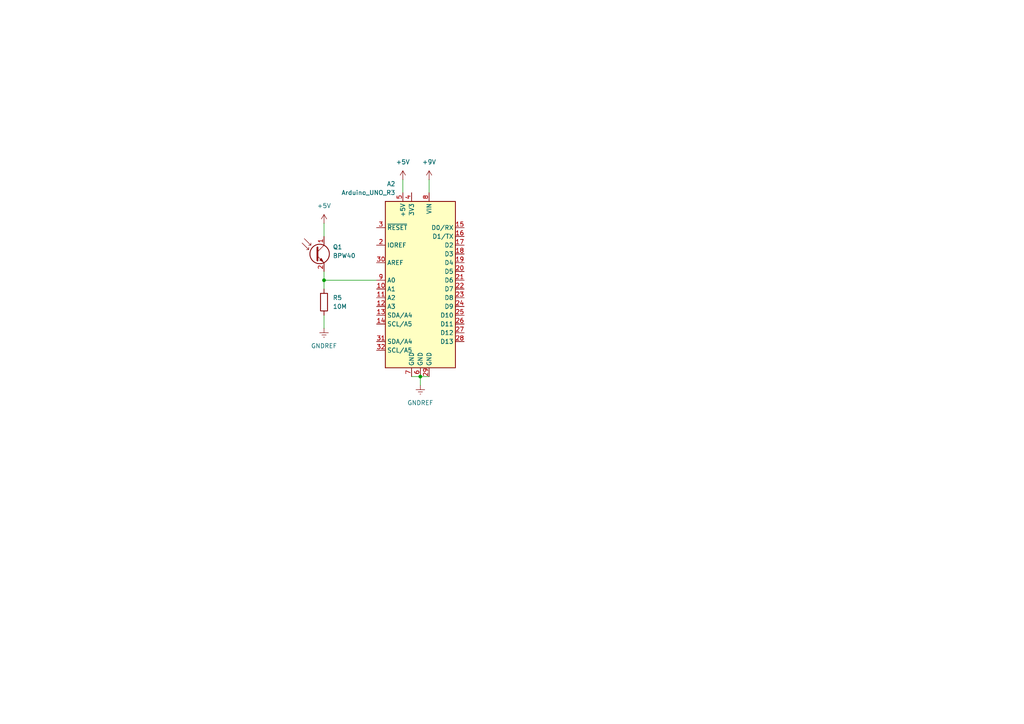
<source format=kicad_sch>
(kicad_sch (version 20250114) (generator "eeschema") (generator_version "9.0")
  (paper "A4")
  (lib_symbols
    (symbol "+5V_1" (power) (pin_numbers (hide yes)) (pin_names (offset 0) (hide yes))
      (property "Value" "+5V" (at 0 3.556 0))
      (symbol "+5V_1_0_1"
        (polyline (pts (xy -0.762 1.27) (xy 0 2.54)))
        (polyline (pts (xy 0 2.54) (xy 0.762 1.27)))
        (polyline (pts (xy 0 0) (xy 0 2.54)))
      )
      (symbol "+5V_1_1_1"
        (pin power_in line (at 0 0 90) (length 0) (name "~") (number "1"))
      )
    )
    (symbol "+9V_1" (power) (pin_numbers (hide yes)) (pin_names (offset 0) (hide yes))
      (property "Value" "+9V" (at 0 3.556 0))
      (symbol "+9V_1_0_1"
        (polyline (pts (xy -0.762 1.27) (xy 0 2.54)))
        (polyline (pts (xy 0 2.54) (xy 0.762 1.27)))
        (polyline (pts (xy 0 0) (xy 0 2.54)))
      )
      (symbol "+9V_1_1_1"
        (pin power_in line (at 0 0 90) (length 0) (name "~") (number "1"))
      )
    )
    (symbol "Device:R" (pin_numbers (hide yes)) (pin_names (offset 0))
      (property "Reference" "R" (at 2.032 0 90))
      (property "Value" "R" (at 0 0 90))
      (symbol "R_0_1"
        (rectangle (start -1.016 -2.54) (end 1.016 2.54) (stroke (width 0.254)))
      )
      (symbol "R_1_1"
        (pin passive line (at 0 3.81 270) (length 1.27) (name "~") (number "1"))
        (pin passive line (at 0 -3.81 90) (length 1.27) (name "~") (number "2"))
      )
    )
    (symbol "GNDREF_1" (power) (pin_numbers (hide yes)) (pin_names (offset 0) (hide yes))
      (property "Value" "GNDREF" (at 0 -3.81 0))
      (symbol "GNDREF_1_0_1"
        (polyline (pts (xy -0.635 -1.905) (xy 0.635 -1.905)))
        (polyline (pts (xy -0.127 -2.54) (xy 0.127 -2.54)))
        (polyline (pts (xy 0 -1.27) (xy 0 0)))
        (polyline (pts (xy 1.27 -1.27) (xy -1.27 -1.27)))
      )
      (symbol "GNDREF_1_1_1"
        (pin power_in line (at 0 0 270) (length 0) (name "~") (number "1"))
      )
    )
    (symbol "MCU_Module:Arduino_UNO_R3"
      (property "Reference" "A" (at -10.16 23.495 0))
      (property "Value" "Arduino_UNO_R3" (at 5.08 -26.67 0))
      (symbol "Arduino_UNO_R3_0_1"
        (rectangle (start -10.16 22.86) (end 10.16 -25.4) (stroke (width 0.254)) (fill (type background)))
      )
      (symbol "Arduino_UNO_R3_1_1"
        (pin bidirectional line (at -12.7 15.24 0) (length 2.54) (name "D0/RX") (number "15"))
        (pin bidirectional line (at -12.7 12.7 0) (length 2.54) (name "D1/TX") (number "16"))
        (pin bidirectional line (at -12.7 10.16 0) (length 2.54) (name "D2") (number "17"))
        (pin bidirectional line (at -12.7 7.62 0) (length 2.54) (name "D3") (number "18"))
        (pin bidirectional line (at -12.7 5.08 0) (length 2.54) (name "D4") (number "19"))
        (pin bidirectional line (at -12.7 2.54 0) (length 2.54) (name "D5") (number "20"))
        (pin bidirectional line (at -12.7 0 0) (length 2.54) (name "D6") (number "21"))
        (pin bidirectional line (at -12.7 -2.54 0) (length 2.54) (name "D7") (number "22"))
        (pin bidirectional line (at -12.7 -5.08 0) (length 2.54) (name "D8") (number "23"))
        (pin bidirectional line (at -12.7 -7.62 0) (length 2.54) (name "D9") (number "24"))
        (pin bidirectional line (at -12.7 -10.16 0) (length 2.54) (name "D10") (number "25"))
        (pin bidirectional line (at -12.7 -12.7 0) (length 2.54) (name "D11") (number "26"))
        (pin bidirectional line (at -12.7 -15.24 0) (length 2.54) (name "D12") (number "27"))
        (pin bidirectional line (at -12.7 -17.78 0) (length 2.54) (name "D13") (number "28"))
        (pin no_connect line (at -10.16 -20.32 0) (length 2.54) (hide yes) (name "NC") (number "1"))
        (pin power_in line (at -2.54 25.4 270) (length 2.54) (name "VIN") (number "8"))
        (pin power_in line (at -2.54 -27.94 90) (length 2.54) (name "GND") (number "29"))
        (pin power_in line (at 0 -27.94 90) (length 2.54) (name "GND") (number "6"))
        (pin power_out line (at 2.54 25.4 270) (length 2.54) (name "3V3") (number "4"))
        (pin power_in line (at 2.54 -27.94 90) (length 2.54) (name "GND") (number "7"))
        (pin power_out line (at 5.08 25.4 270) (length 2.54) (name "+5V") (number "5"))
        (pin input line (at 12.7 15.24 180) (length 2.54) (name "~{RESET}") (number "3"))
        (pin output line (at 12.7 10.16 180) (length 2.54) (name "IOREF") (number "2"))
        (pin input line (at 12.7 5.08 180) (length 2.54) (name "AREF") (number "30"))
        (pin bidirectional line (at 12.7 0 180) (length 2.54) (name "A0") (number "9"))
        (pin bidirectional line (at 12.7 -2.54 180) (length 2.54) (name "A1") (number "10"))
        (pin bidirectional line (at 12.7 -5.08 180) (length 2.54) (name "A2") (number "11"))
        (pin bidirectional line (at 12.7 -7.62 180) (length 2.54) (name "A3") (number "12"))
        (pin bidirectional line (at 12.7 -10.16 180) (length 2.54) (name "SDA/A4") (number "13"))
        (pin bidirectional line (at 12.7 -12.7 180) (length 2.54) (name "SCL/A5") (number "14"))
        (pin bidirectional line (at 12.7 -17.78 180) (length 2.54) (name "SDA/A4") (number "31"))
        (pin bidirectional line (at 12.7 -20.32 180) (length 2.54) (name "SCL/A5") (number "32"))
      )
    )
    (symbol "Sensor_Optical:BPW40" (pin_names (offset 0) (hide yes))
      (property "Reference" "Q" (at 5.08 1.27 0))
      (property "Value" "BPW40" (at 5.08 -1.27 0))
      (symbol "BPW40_0_1"
        (polyline (pts (xy -3.81 3.175) (xy -1.905 1.27) (xy -1.905 1.905)))
        (polyline (pts (xy -3.175 4.445) (xy -1.27 2.54) (xy -1.27 3.175)))
        (polyline (pts (xy -1.905 1.27) (xy -2.54 1.27)))
        (polyline (pts (xy -1.27 2.54) (xy -1.905 2.54)))
        (polyline (pts (xy 0.635 1.905) (xy 0.635 -1.905) (xy 0.635 -1.905)) (stroke (width 0.508)))
        (polyline (pts (xy 0.635 0.635) (xy 2.54 2.54)))
        (polyline (pts (xy 0.635 -0.635) (xy 2.54 -2.54) (xy 2.54 -2.54)))
        (circle (center 1.27 0) (radius 2.8194) (stroke (width 0.254)))
        (polyline (pts (xy 1.27 -1.778) (xy 1.778 -1.27) (xy 2.286 -2.286) (xy 1.27 -1.778) (xy 1.27 -1.778)) (fill (type outline)))
      )
      (symbol "BPW40_1_1"
        (pin passive line (at 2.54 5.08 270) (length 2.54) (name "C") (number "1"))
        (pin passive line (at 2.54 -5.08 90) (length 2.54) (name "E") (number "2"))
      )
    )
  )
  (junction (at 121.92 109.22))
  (junction (at 93.98 81.28))
  (wire (pts (xy 116.84 52.07) (xy 116.84 55.88)))
  (wire (pts (xy 93.98 81.28) (xy 93.98 83.82)))
  (wire (pts (xy 124.46 109.22) (xy 121.92 109.22)))
  (wire (pts (xy 93.98 78.74) (xy 93.98 81.28)))
  (wire (pts (xy 121.92 109.22) (xy 119.38 109.22)))
  (wire (pts (xy 93.98 91.44) (xy 93.98 95.25)))
  (wire (pts (xy 93.98 81.28) (xy 109.22 81.28)))
  (wire (pts (xy 124.46 52.07) (xy 124.46 55.88)))
  (wire (pts (xy 93.98 64.77) (xy 93.98 68.58)))
  (wire (pts (xy 121.92 109.22) (xy 121.92 111.76)))
  (symbol (lib_name "+9V_1") (lib_id "power:+9V") (at 124.46 52.07 0) (mirror y) (unit 1)
    (property "Reference" "#PWR07" (effects (hide yes)))
    (property "Value" "+9V" (at 124.46 46.99 0))
    (property "Description" "Power symbol creates a global label with name \"+9V\"" (effects (hide yes)))
  )
  (symbol (lib_name "+5V_1") (lib_id "power:+5V") (at 116.84 52.07 0) (mirror y) (unit 1)
    (property "Reference" "#PWR06" (effects (hide yes)))
    (property "Value" "+5V" (at 116.84 46.99 0))
    (property "Description" "Power symbol creates a global label with name \"+5V\"" (effects (hide yes)))
  )
  (symbol (lib_id "MCU_Module:Arduino_UNO_R3") (at 121.92 81.28 0) (mirror y) (unit 1)
    (property "Reference" "A2" (at 114.6967 53.34 0) (effects (justify left)))
    (property "Value" "Arduino_UNO_R3" (at 114.6967 55.88 0) (effects (justify left)))
    (property "Footprint" "Module:Arduino_UNO_R3" (effects (hide yes)))
    (property "Datasheet" "https://www.arduino.cc/en/Main/arduinoBoardUno" (effects (hide yes)))
    (property "Description" "Arduino UNO Microcontroller Module, release 3" (effects (hide yes)))
  )
  (symbol (lib_id "Device:R") (at 93.98 87.63 0) (unit 1)
    (property "Reference" "R5" (at 96.52 86.3599 0) (effects (justify left)))
    (property "Value" "10M" (at 96.52 88.8999 0) (effects (justify left)))
    (property "Description" "Resistor" (effects (hide yes)))
  )
  (symbol (lib_id "Sensor_Optical:BPW40") (at 91.44 73.66 0) (unit 1)
    (property "Reference" "Q1" (at 96.52 71.6406 0) (effects (justify left)))
    (property "Value" "BPW40" (at 96.52 74.1806 0) (effects (justify left)))
    (property "Footprint" "LED_THT:LED_D5.0mm_Clear" (effects (hide yes)))
    (property "Datasheet" "https://www.rcscomponents.kiev.ua/datasheets/bpw40.pdf" (effects (hide yes)))
    (property "Description" "Phototransistor NPN" (effects (hide yes)))
  )
  (symbol (lib_name "GNDREF_1") (lib_id "power:GNDREF") (at 121.92 111.76 0) (mirror y) (unit 1)
    (property "Reference" "#PWR04" (effects (hide yes)))
    (property "Value" "GNDREF" (at 121.92 116.84 0))
    (property "Description" "Power symbol creates a global label with name \"GNDREF\" , reference supply ground" (effects (hide yes)))
  )
  (symbol (lib_name "+5V_1") (lib_id "power:+5V") (at 93.98 64.77 0) (mirror y) (unit 1)
    (property "Reference" "#PWR08" (effects (hide yes)))
    (property "Value" "+5V" (at 93.98 59.69 0))
    (property "Description" "Power symbol creates a global label with name \"+5V\"" (effects (hide yes)))
  )
  (symbol (lib_name "GNDREF_1") (lib_id "power:GNDREF") (at 93.98 95.25 0) (mirror y) (unit 1)
    (property "Reference" "#PWR09" (effects (hide yes)))
    (property "Value" "GNDREF" (at 93.98 100.33 0))
    (property "Description" "Power symbol creates a global label with name \"GNDREF\" , reference supply ground" (effects (hide yes)))
  )
)
</source>
